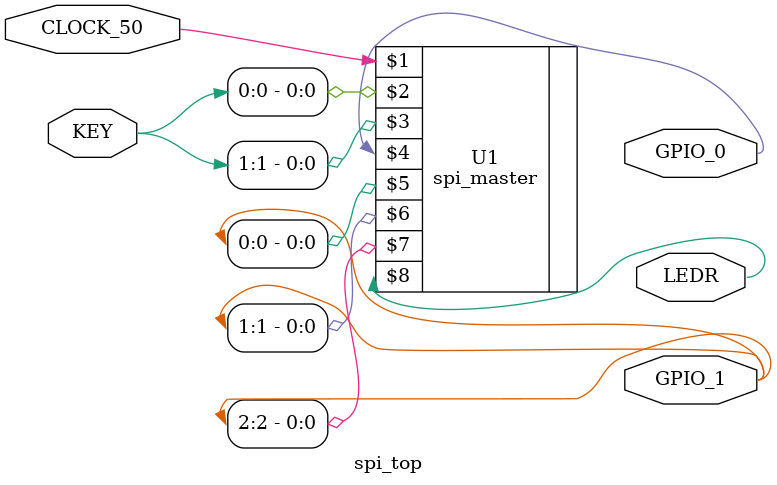
<source format=v>
module spi_top (input CLOCK_50,      // 50 MHz system clock
    input [1:0] KEY,            // Active low reset  
    output [0:0] GPIO_0,         // MISO (Not used in sending)
    output [2:0] GPIO_1,         // MOSI
    output [0:0] LEDR              // LEDR[0] signal
);

spi_master U1 (
    CLOCK_50,         // 50 MHz system clock
    KEY[0],            // Active low reset
    KEY[1],            // KEY[1] signal for sending data
    GPIO_0[0],         // MISO (Not used in sending)
    GPIO_1[0],         // MOSI
    GPIO_1[1],         // SS (Slave Select)
    GPIO_1[2],         // SPI Clock
    LEDR[0]              // LEDR[0] signal
); 


endmodule
</source>
